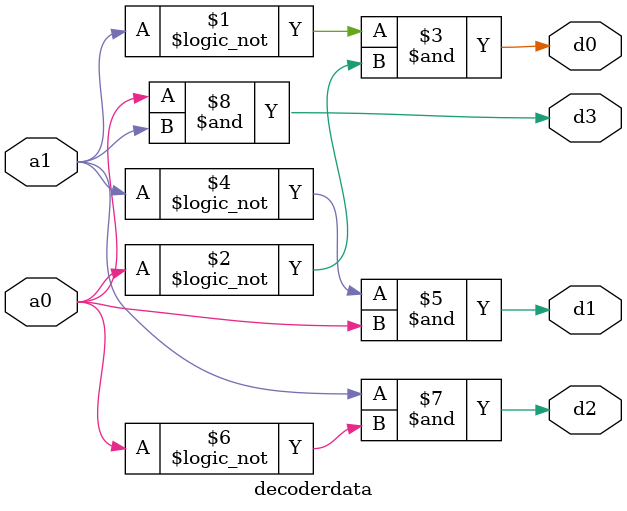
<source format=v>
module decoderdata(a1,a0,d0,d1,d2,d3);
input a1,a0;
output d0,d1,d2,d3;
assign d0 = (!a1 & !a0);
assign d1 = (!a1 & a0);
assign d2 = (a1 & !a0);
assign d3 = (a0 & a1);

endmodule

</source>
